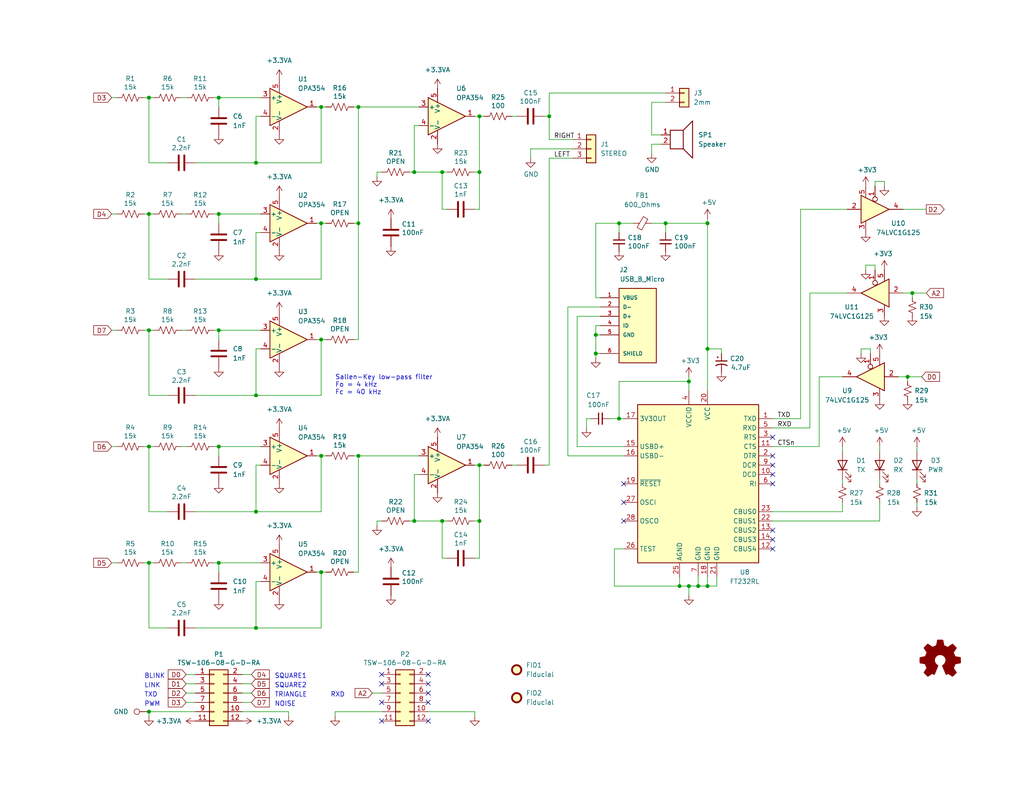
<source format=kicad_sch>
(kicad_sch (version 20230121) (generator eeschema)
  (paper "A")
  (title_block (title "Audio PWM Filter w/ USB UART") (date "2023-10-13") (rev "-") (comment 1 "1ARE-2018-03"))
  (junction (at 97.79 60.96))
  (junction (at 69.85 44.45))
  (junction (at 69.85 107.95))
  (junction (at 87.63 29.21))
  (junction (at 162.56 96.52))
  (junction (at 130.81 46.99))
  (junction (at 130.81 31.75))
  (junction (at 187.96 104.14))
  (junction (at 190.5 160.02))
  (junction (at 97.79 124.46))
  (junction (at 40.64 90.17))
  (junction (at 59.69 153.67))
  (junction (at 247.65 102.87))
  (junction (at 87.63 156.21))
  (junction (at 87.63 124.46))
  (junction (at 40.64 194.31))
  (junction (at 59.69 26.67))
  (junction (at 59.69 121.92))
  (junction (at 40.64 153.67))
  (junction (at 69.85 76.2))
  (junction (at 59.69 90.17))
  (junction (at 193.04 95.25))
  (junction (at 162.56 91.44))
  (junction (at 193.04 160.02))
  (junction (at 113.03 46.99))
  (junction (at 40.64 58.42))
  (junction (at 40.64 121.92))
  (junction (at 149.86 31.75))
  (junction (at 40.64 26.67))
  (junction (at 87.63 60.96))
  (junction (at 113.03 142.24))
  (junction (at 120.65 46.99))
  (junction (at 130.81 127))
  (junction (at 69.85 171.45))
  (junction (at 187.96 160.02))
  (junction (at 248.92 80.01))
  (junction (at 181.61 60.96))
  (junction (at 193.04 60.96))
  (junction (at 97.79 29.21))
  (junction (at 59.69 58.42))
  (junction (at 69.85 139.7))
  (junction (at 185.42 160.02))
  (junction (at 130.81 142.24))
  (junction (at 168.91 60.96))
  (junction (at 120.65 142.24))
  (junction (at 168.91 114.3))
  (junction (at 87.63 92.71))
  (no_connect (at 210.82 127))
  (no_connect (at 210.82 149.86))
  (no_connect (at 210.82 147.32))
  (no_connect (at 104.14 196.85))
  (no_connect (at 104.14 186.69))
  (no_connect (at 116.84 184.15))
  (no_connect (at 116.84 189.23))
  (no_connect (at 116.84 186.69))
  (no_connect (at 210.82 144.78))
  (no_connect (at 104.14 184.15))
  (no_connect (at 116.84 191.77))
  (no_connect (at 170.18 137.16))
  (no_connect (at 210.82 119.38))
  (no_connect (at 210.82 129.54))
  (no_connect (at 116.84 196.85))
  (no_connect (at 170.18 132.08))
  (no_connect (at 210.82 124.46))
  (no_connect (at 170.18 142.24))
  (no_connect (at 210.82 132.08))
  (no_connect (at 104.14 191.77))
  (wire (pts (xy 248.92 80.01) (xy 246.38 80.01)))
  (wire (pts (xy 234.95 95.25) (xy 234.95 96.52)))
  (wire (pts (xy 40.64 171.45) (xy 40.64 153.67)))
  (wire (pts (xy 91.44 194.31) (xy 91.44 195.58)))
  (wire (pts (xy 157.48 121.92) (xy 170.18 121.92)))
  (wire (pts (xy 40.64 194.31) (xy 40.64 195.58)))
  (wire (pts (xy 177.8 27.94) (xy 181.61 27.94)))
  (wire (pts (xy 162.56 96.52) (xy 163.83 96.52)))
  (wire (pts (xy 50.8 186.69) (xy 53.34 186.69)))
  (wire (pts (xy 87.63 29.21) (xy 87.63 44.45)))
  (wire (pts (xy 149.86 127) (xy 148.59 127)))
  (wire (pts (xy 71.12 153.67) (xy 59.69 153.67)))
  (wire (pts (xy 166.37 114.3) (xy 168.91 114.3)))
  (wire (pts (xy 238.76 50.8) (xy 238.76 49.53)))
  (wire (pts (xy 49.53 26.67) (xy 50.8 26.67)))
  (wire (pts (xy 168.91 114.3) (xy 168.91 104.14)))
  (wire (pts (xy 104.14 142.24) (xy 102.87 142.24)))
  (wire (pts (xy 120.65 142.24) (xy 121.92 142.24)))
  (wire (pts (xy 168.91 60.96) (xy 168.91 63.5)))
  (wire (pts (xy 96.52 124.46) (xy 97.79 124.46)))
  (wire (pts (xy 86.36 92.71) (xy 87.63 92.71)))
  (wire (pts (xy 69.85 171.45) (xy 69.85 158.75)))
  (wire (pts (xy 53.34 107.95) (xy 69.85 107.95)))
  (wire (pts (xy 87.63 92.71) (xy 88.9 92.71)))
  (wire (pts (xy 49.53 153.67) (xy 50.8 153.67)))
  (wire (pts (xy 45.72 107.95) (xy 40.64 107.95)))
  (wire (pts (xy 162.56 91.44) (xy 163.83 91.44)))
  (wire (pts (xy 181.61 60.96) (xy 181.61 63.5)))
  (wire (pts (xy 69.85 139.7) (xy 69.85 127)))
  (wire (pts (xy 149.86 25.4) (xy 149.86 31.75)))
  (wire (pts (xy 53.34 139.7) (xy 69.85 139.7)))
  (wire (pts (xy 163.83 86.36) (xy 157.48 86.36)))
  (wire (pts (xy 120.65 57.15) (xy 120.65 46.99)))
  (wire (pts (xy 87.63 156.21) (xy 88.9 156.21)))
  (wire (pts (xy 238.76 73.66) (xy 238.76 72.39)))
  (wire (pts (xy 193.04 106.68) (xy 193.04 95.25)))
  (wire (pts (xy 190.5 160.02) (xy 193.04 160.02)))
  (wire (pts (xy 247.65 104.14) (xy 247.65 102.87)))
  (wire (pts (xy 39.37 26.67) (xy 40.64 26.67)))
  (wire (pts (xy 250.19 130.81) (xy 250.19 132.08)))
  (wire (pts (xy 39.37 90.17) (xy 40.64 90.17)))
  (wire (pts (xy 87.63 124.46) (xy 88.9 124.46)))
  (wire (pts (xy 229.87 130.81) (xy 229.87 132.08)))
  (wire (pts (xy 69.85 76.2) (xy 69.85 63.5)))
  (wire (pts (xy 177.8 27.94) (xy 177.8 36.83)))
  (wire (pts (xy 87.63 156.21) (xy 87.63 171.45)))
  (wire (pts (xy 59.69 60.96) (xy 59.69 58.42)))
  (wire (pts (xy 50.8 191.77) (xy 53.34 191.77)))
  (wire (pts (xy 190.5 157.48) (xy 190.5 160.02)))
  (wire (pts (xy 162.56 96.52) (xy 162.56 97.79)))
  (wire (pts (xy 97.79 124.46) (xy 97.79 156.21)))
  (wire (pts (xy 237.49 95.25) (xy 234.95 95.25)))
  (wire (pts (xy 231.14 57.15) (xy 218.44 57.15)))
  (wire (pts (xy 185.42 160.02) (xy 187.96 160.02)))
  (wire (pts (xy 247.65 102.87) (xy 245.11 102.87)))
  (wire (pts (xy 223.52 121.92) (xy 210.82 121.92)))
  (wire (pts (xy 218.44 57.15) (xy 218.44 114.3)))
  (wire (pts (xy 69.85 44.45) (xy 69.85 31.75)))
  (wire (pts (xy 139.7 31.75) (xy 140.97 31.75)))
  (wire (pts (xy 121.92 57.15) (xy 120.65 57.15)))
  (wire (pts (xy 96.52 60.96) (xy 97.79 60.96)))
  (wire (pts (xy 144.78 40.64) (xy 156.21 40.64)))
  (wire (pts (xy 187.96 160.02) (xy 190.5 160.02)))
  (wire (pts (xy 96.52 156.21) (xy 97.79 156.21)))
  (wire (pts (xy 40.64 107.95) (xy 40.64 90.17)))
  (wire (pts (xy 193.04 95.25) (xy 193.04 60.96)))
  (wire (pts (xy 148.59 31.75) (xy 149.86 31.75)))
  (wire (pts (xy 116.84 194.31) (xy 129.54 194.31)))
  (wire (pts (xy 238.76 49.53) (xy 241.3 49.53)))
  (wire (pts (xy 86.36 156.21) (xy 87.63 156.21)))
  (wire (pts (xy 39.37 153.67) (xy 40.64 153.67)))
  (wire (pts (xy 196.85 96.52) (xy 196.85 95.25)))
  (wire (pts (xy 53.34 44.45) (xy 69.85 44.45)))
  (wire (pts (xy 59.69 124.46) (xy 59.69 121.92)))
  (wire (pts (xy 45.72 44.45) (xy 40.64 44.45)))
  (wire (pts (xy 40.64 90.17) (xy 41.91 90.17)))
  (wire (pts (xy 59.69 92.71) (xy 59.69 90.17)))
  (wire (pts (xy 87.63 92.71) (xy 87.63 107.95)))
  (wire (pts (xy 114.3 34.29) (xy 113.03 34.29)))
  (wire (pts (xy 87.63 60.96) (xy 87.63 76.2)))
  (wire (pts (xy 167.64 149.86) (xy 167.64 160.02)))
  (wire (pts (xy 114.3 129.54) (xy 113.03 129.54)))
  (wire (pts (xy 160.02 114.3) (xy 160.02 116.84)))
  (wire (pts (xy 250.19 137.16) (xy 250.19 138.43)))
  (wire (pts (xy 223.52 102.87) (xy 223.52 121.92)))
  (wire (pts (xy 69.85 63.5) (xy 71.12 63.5)))
  (wire (pts (xy 157.48 86.36) (xy 157.48 121.92)))
  (wire (pts (xy 87.63 171.45) (xy 69.85 171.45)))
  (wire (pts (xy 130.81 46.99) (xy 130.81 31.75)))
  (wire (pts (xy 120.65 152.4) (xy 120.65 142.24)))
  (wire (pts (xy 237.49 96.52) (xy 237.49 95.25)))
  (wire (pts (xy 193.04 160.02) (xy 195.58 160.02)))
  (wire (pts (xy 177.8 36.83) (xy 180.34 36.83)))
  (wire (pts (xy 101.6 189.23) (xy 104.14 189.23)))
  (wire (pts (xy 40.64 58.42) (xy 41.91 58.42)))
  (wire (pts (xy 53.34 194.31) (xy 40.64 194.31)))
  (wire (pts (xy 71.12 26.67) (xy 59.69 26.67)))
  (wire (pts (xy 87.63 29.21) (xy 88.9 29.21)))
  (wire (pts (xy 149.86 31.75) (xy 149.86 38.1)))
  (wire (pts (xy 170.18 149.86) (xy 167.64 149.86)))
  (wire (pts (xy 231.14 80.01) (xy 220.98 80.01)))
  (wire (pts (xy 69.85 95.25) (xy 71.12 95.25)))
  (wire (pts (xy 69.85 107.95) (xy 69.85 95.25)))
  (wire (pts (xy 66.04 184.15) (xy 68.58 184.15)))
  (wire (pts (xy 185.42 157.48) (xy 185.42 160.02)))
  (wire (pts (xy 69.85 158.75) (xy 71.12 158.75)))
  (wire (pts (xy 66.04 191.77) (xy 68.58 191.77)))
  (wire (pts (xy 96.52 92.71) (xy 97.79 92.71)))
  (wire (pts (xy 129.54 194.31) (xy 129.54 195.58)))
  (wire (pts (xy 87.63 60.96) (xy 88.9 60.96)))
  (wire (pts (xy 120.65 46.99) (xy 121.92 46.99)))
  (wire (pts (xy 144.78 40.64) (xy 144.78 43.18)))
  (wire (pts (xy 58.42 90.17) (xy 59.69 90.17)))
  (wire (pts (xy 58.42 26.67) (xy 59.69 26.67)))
  (wire (pts (xy 129.54 46.99) (xy 130.81 46.99)))
  (wire (pts (xy 69.85 31.75) (xy 71.12 31.75)))
  (wire (pts (xy 40.64 139.7) (xy 45.72 139.7)))
  (wire (pts (xy 229.87 121.92) (xy 229.87 123.19)))
  (wire (pts (xy 58.42 121.92) (xy 59.69 121.92)))
  (wire (pts (xy 229.87 137.16) (xy 229.87 139.7)))
  (wire (pts (xy 71.12 58.42) (xy 59.69 58.42)))
  (wire (pts (xy 71.12 121.92) (xy 59.69 121.92)))
  (wire (pts (xy 236.22 72.39) (xy 236.22 73.66)))
  (wire (pts (xy 53.34 171.45) (xy 69.85 171.45)))
  (wire (pts (xy 139.7 127) (xy 140.97 127)))
  (wire (pts (xy 240.03 121.92) (xy 240.03 123.19)))
  (wire (pts (xy 86.36 29.21) (xy 87.63 29.21)))
  (wire (pts (xy 111.76 142.24) (xy 113.03 142.24)))
  (wire (pts (xy 168.91 60.96) (xy 172.72 60.96)))
  (wire (pts (xy 162.56 60.96) (xy 168.91 60.96)))
  (wire (pts (xy 86.36 124.46) (xy 87.63 124.46)))
  (wire (pts (xy 30.48 58.42) (xy 31.75 58.42)))
  (wire (pts (xy 167.64 160.02) (xy 185.42 160.02)))
  (wire (pts (xy 130.81 142.24) (xy 130.81 127)))
  (wire (pts (xy 149.86 25.4) (xy 181.61 25.4)))
  (wire (pts (xy 87.63 139.7) (xy 69.85 139.7)))
  (wire (pts (xy 78.74 194.31) (xy 78.74 195.58)))
  (wire (pts (xy 71.12 90.17) (xy 59.69 90.17)))
  (wire (pts (xy 39.37 58.42) (xy 40.64 58.42)))
  (wire (pts (xy 69.85 127) (xy 71.12 127)))
  (wire (pts (xy 40.64 139.7) (xy 40.64 121.92)))
  (wire (pts (xy 59.69 156.21) (xy 59.69 153.67)))
  (wire (pts (xy 162.56 88.9) (xy 162.56 91.44)))
  (wire (pts (xy 66.04 186.69) (xy 68.58 186.69)))
  (wire (pts (xy 66.04 194.31) (xy 78.74 194.31)))
  (wire (pts (xy 187.96 102.87) (xy 187.96 104.14)))
  (wire (pts (xy 177.8 60.96) (xy 181.61 60.96)))
  (wire (pts (xy 129.54 152.4) (xy 130.81 152.4)))
  (wire (pts (xy 161.29 114.3) (xy 160.02 114.3)))
  (wire (pts (xy 163.83 81.28) (xy 162.56 81.28)))
  (wire (pts (xy 193.04 59.69) (xy 193.04 60.96)))
  (wire (pts (xy 113.03 129.54) (xy 113.03 142.24)))
  (wire (pts (xy 156.21 43.18) (xy 149.86 43.18)))
  (wire (pts (xy 97.79 29.21) (xy 114.3 29.21)))
  (wire (pts (xy 180.34 39.37) (xy 177.8 39.37)))
  (wire (pts (xy 49.53 90.17) (xy 50.8 90.17)))
  (wire (pts (xy 149.86 43.18) (xy 149.86 127)))
  (wire (pts (xy 168.91 104.14) (xy 187.96 104.14)))
  (wire (pts (xy 50.8 184.15) (xy 53.34 184.15)))
  (wire (pts (xy 248.92 81.28) (xy 248.92 80.01)))
  (wire (pts (xy 59.69 29.21) (xy 59.69 26.67)))
  (wire (pts (xy 240.03 130.81) (xy 240.03 132.08)))
  (wire (pts (xy 130.81 127) (xy 132.08 127)))
  (wire (pts (xy 111.76 46.99) (xy 113.03 46.99)))
  (wire (pts (xy 187.96 104.14) (xy 187.96 106.68)))
  (wire (pts (xy 58.42 58.42) (xy 59.69 58.42)))
  (wire (pts (xy 241.3 49.53) (xy 241.3 50.8)))
  (wire (pts (xy 193.04 95.25) (xy 196.85 95.25)))
  (wire (pts (xy 130.81 31.75) (xy 132.08 31.75)))
  (wire (pts (xy 40.64 76.2) (xy 40.64 58.42)))
  (wire (pts (xy 86.36 60.96) (xy 87.63 60.96)))
  (wire (pts (xy 238.76 72.39) (xy 236.22 72.39)))
  (wire (pts (xy 87.63 76.2) (xy 69.85 76.2)))
  (wire (pts (xy 154.94 124.46) (xy 154.94 83.82)))
  (wire (pts (xy 210.82 114.3) (xy 218.44 114.3)))
  (wire (pts (xy 187.96 162.56) (xy 187.96 160.02)))
  (wire (pts (xy 170.18 114.3) (xy 168.91 114.3)))
  (wire (pts (xy 97.79 124.46) (xy 114.3 124.46)))
  (wire (pts (xy 40.64 44.45) (xy 40.64 26.67)))
  (wire (pts (xy 40.64 153.67) (xy 41.91 153.67)))
  (wire (pts (xy 162.56 91.44) (xy 162.56 96.52)))
  (wire (pts (xy 102.87 46.99) (xy 102.87 48.26)))
  (wire (pts (xy 195.58 160.02) (xy 195.58 157.48)))
  (wire (pts (xy 250.19 121.92) (xy 250.19 123.19)))
  (wire (pts (xy 193.04 157.48) (xy 193.04 160.02)))
  (wire (pts (xy 97.79 60.96) (xy 97.79 92.71)))
  (wire (pts (xy 50.8 189.23) (xy 53.34 189.23)))
  (wire (pts (xy 229.87 102.87) (xy 223.52 102.87)))
  (wire (pts (xy 181.61 60.96) (xy 193.04 60.96)))
  (wire (pts (xy 39.37 121.92) (xy 40.64 121.92)))
  (wire (pts (xy 130.81 57.15) (xy 130.81 46.99)))
  (wire (pts (xy 102.87 142.24) (xy 102.87 143.51)))
  (wire (pts (xy 40.64 26.67) (xy 41.91 26.67)))
  (wire (pts (xy 96.52 29.21) (xy 97.79 29.21)))
  (wire (pts (xy 210.82 116.84) (xy 220.98 116.84)))
  (wire (pts (xy 129.54 31.75) (xy 130.81 31.75)))
  (wire (pts (xy 30.48 153.67) (xy 31.75 153.67)))
  (wire (pts (xy 45.72 171.45) (xy 40.64 171.45)))
  (wire (pts (xy 154.94 83.82) (xy 163.83 83.82)))
  (wire (pts (xy 30.48 26.67) (xy 31.75 26.67)))
  (wire (pts (xy 45.72 76.2) (xy 40.64 76.2)))
  (wire (pts (xy 104.14 46.99) (xy 102.87 46.99)))
  (wire (pts (xy 129.54 142.24) (xy 130.81 142.24)))
  (wire (pts (xy 130.81 152.4) (xy 130.81 142.24)))
  (wire (pts (xy 87.63 107.95) (xy 69.85 107.95)))
  (wire (pts (xy 49.53 58.42) (xy 50.8 58.42)))
  (wire (pts (xy 210.82 142.24) (xy 240.03 142.24)))
  (wire (pts (xy 240.03 137.16) (xy 240.03 142.24)))
  (wire (pts (xy 87.63 124.46) (xy 87.63 139.7)))
  (wire (pts (xy 53.34 76.2) (xy 69.85 76.2)))
  (wire (pts (xy 30.48 121.92) (xy 31.75 121.92)))
  (wire (pts (xy 246.38 57.15) (xy 252.73 57.15)))
  (wire (pts (xy 30.48 90.17) (xy 31.75 90.17)))
  (wire (pts (xy 49.53 121.92) (xy 50.8 121.92)))
  (wire (pts (xy 251.46 102.87) (xy 247.65 102.87)))
  (wire (pts (xy 220.98 80.01) (xy 220.98 116.84)))
  (wire (pts (xy 58.42 153.67) (xy 59.69 153.67)))
  (wire (pts (xy 87.63 44.45) (xy 69.85 44.45)))
  (wire (pts (xy 113.03 46.99) (xy 120.65 46.99)))
  (wire (pts (xy 177.8 39.37) (xy 177.8 41.91)))
  (wire (pts (xy 162.56 88.9) (xy 163.83 88.9)))
  (wire (pts (xy 162.56 60.96) (xy 162.56 81.28)))
  (wire (pts (xy 154.94 124.46) (xy 170.18 124.46)))
  (wire (pts (xy 210.82 139.7) (xy 229.87 139.7)))
  (wire (pts (xy 129.54 127) (xy 130.81 127)))
  (wire (pts (xy 252.73 80.01) (xy 248.92 80.01)))
  (wire (pts (xy 129.54 57.15) (xy 130.81 57.15)))
  (wire (pts (xy 40.64 121.92) (xy 41.91 121.92)))
  (wire (pts (xy 113.03 34.29) (xy 113.03 46.99)))
  (wire (pts (xy 149.86 38.1) (xy 156.21 38.1)))
  (wire (pts (xy 66.04 189.23) (xy 68.58 189.23)))
  (wire (pts (xy 104.14 194.31) (xy 91.44 194.31)))
  (wire (pts (xy 97.79 29.21) (xy 97.79 60.96)))
  (wire (pts (xy 113.03 142.24) (xy 120.65 142.24)))
  (wire (pts (xy 121.92 152.4) (xy 120.65 152.4)))
  (text "NOISE" (at 74.93 193.04 0) (effects (font (size 1.27 1.27)) (justify left bottom)))
  (text "LINK" (at 39.37 187.96 0) (effects (font (size 1.27 1.27)) (justify left bottom)))
  (text "Sallen-Key low-pass filter\nFo = 4 kHz\nFc = 40 kHz" (at 91.44 107.95 0) (effects (font (size 1.27 1.27)) (justify left bottom)))
  (text "TRIANGLE" (at 74.93 190.5 0) (effects (font (size 1.27 1.27)) (justify left bottom)))
  (text "RXD" (at 90.17 190.5 0) (effects (font (size 1.27 1.27)) (justify left bottom)))
  (text "BLINK" (at 39.37 185.42 0) (effects (font (size 1.27 1.27)) (justify left bottom)))
  (text "SQUARE1" (at 74.93 185.42 0) (effects (font (size 1.27 1.27)) (justify left bottom)))
  (text "PWM" (at 39.37 193.04 0) (effects (font (size 1.27 1.27)) (justify left bottom)))
  (text "TXD" (at 39.37 190.5 0) (effects (font (size 1.27 1.27)) (justify left bottom)))
  (text "SQUARE2" (at 74.93 187.96 0) (effects (font (size 1.27 1.27)) (justify left bottom)))
  (label "CTSn" (at 212.09 121.92 0))
  (label "RXD" (at 212.09 116.84 0))
  (label "LEFT" (at 151.13 43.18 0))
  (label "RIGHT" (at 151.13 38.1 0))
  (label "TXD" (at 212.09 114.3 0))
  (global_label "D5" (shape input) (at 30.48 153.67 180) (property "Intersheetrefs" "${INTERSHEET_REFS}" (effects hide)))
  (global_label "D6" (shape input) (at 30.48 121.92 180) (property "Intersheetrefs" "${INTERSHEET_REFS}" (effects hide)))
  (global_label "D1" (shape input) (at 50.8 186.69 180) (property "Intersheetrefs" "${INTERSHEET_REFS}" (effects hide)))
  (global_label "D6" (shape input) (at 68.58 189.23 0) (property "Intersheetrefs" "${INTERSHEET_REFS}" (effects hide)))
  (global_label "A2" (shape input) (at 101.6 189.23 180) (property "Intersheetrefs" "${INTERSHEET_REFS}" (effects hide)))
  (global_label "D3" (shape input) (at 30.48 26.67 180) (property "Intersheetrefs" "${INTERSHEET_REFS}" (effects hide)))
  (global_label "D7" (shape input) (at 30.48 90.17 180) (property "Intersheetrefs" "${INTERSHEET_REFS}" (effects hide)))
  (global_label "D4" (shape input) (at 30.48 58.42 180) (property "Intersheetrefs" "${INTERSHEET_REFS}" (effects hide)))
  (global_label "D5" (shape input) (at 68.58 186.69 0) (property "Intersheetrefs" "${INTERSHEET_REFS}" (effects hide)))
  (global_label "D0" (shape input) (at 50.8 184.15 180) (property "Intersheetrefs" "${INTERSHEET_REFS}" (effects hide)))
  (global_label "D2" (shape input) (at 50.8 189.23 180) (property "Intersheetrefs" "${INTERSHEET_REFS}" (effects hide)))
  (global_label "D2" (shape output) (at 252.73 57.15 0) (property "Intersheetrefs" "${INTERSHEET_REFS}" (effects hide)))
  (global_label "D0" (shape input) (at 251.46 102.87 0) (property "Intersheetrefs" "${INTERSHEET_REFS}" (effects hide)))
  (global_label "A2" (shape input) (at 252.73 80.01 0) (property "Intersheetrefs" "${INTERSHEET_REFS}" (effects hide)))
  (global_label "D3" (shape input) (at 50.8 191.77 180) (property "Intersheetrefs" "${INTERSHEET_REFS}" (effects hide)))
  (global_label "D7" (shape input) (at 68.58 191.77 0) (property "Intersheetrefs" "${INTERSHEET_REFS}" (effects hide)))
  (global_label "D4" (shape input) (at 68.58 184.15 0) (property "Intersheetrefs" "${INTERSHEET_REFS}" (effects hide)))
  (symbol (lib_id "power:GND") (at 40.64 195.58 0) (unit 1)
    (property "Reference" "#PWR01" (effects hide))
    (property "Value" "GND" (effects hide))
  )
  (symbol (lib_id "Connector_Generic:Conn_02x06_Odd_Even") (at 58.42 189.23 0) (unit 1)
    (property "Reference" "P1" (at 59.69 178.6382 0))
    (property "Value" "TSW-106-08-G-D-RA" (at 59.69 180.9496 0))
    (property "Footprint" "user:PinHeader_2x06_PMOD" (effects hide))
    (property "LCSC" "C706887" (effects hide))
  )
  (symbol (lib_id "Device:C") (at 106.68 158.75 0) (unit 1)
    (property "Reference" "C12" (at 109.601 156.4386 0) (effects (justify left)))
    (property "Value" "100nF" (at 109.601 158.75 0) (effects (justify left)))
    (property "Footprint" "Capacitor_SMD:C_0402_1005Metric" (effects hide))
    (property "LCSC" "C1525" (effects hide))
  )
  (symbol (lib_id "power:GND") (at 106.68 162.56 0) (unit 1)
    (property "Reference" "#PWR026" (effects hide))
    (property "Value" "GND" (effects hide))
  )
  (symbol (lib_id "power:GND") (at 78.74 195.58 0) (unit 1)
    (property "Reference" "#PWR019" (effects hide))
    (property "Value" "GND" (effects hide))
  )
  (symbol (lib_id "Device:C") (at 106.68 63.5 0) (unit 1)
    (property "Reference" "C11" (at 109.601 61.1886 0) (effects (justify left)))
    (property "Value" "100nF" (at 109.601 63.5 0) (effects (justify left)))
    (property "Footprint" "Capacitor_SMD:C_0402_1005Metric" (effects hide))
    (property "LCSC" "C1525" (effects hide))
  )
  (symbol (lib_id "power:GND") (at 106.68 67.31 0) (unit 1)
    (property "Reference" "#PWR024" (effects hide))
    (property "Value" "GND" (effects hide))
  )
  (symbol (lib_id "Device:C") (at 59.69 33.02 0) (unit 1)
    (property "Reference" "C6" (at 63.5 31.75 0) (effects (justify left)))
    (property "Value" "1nF" (at 63.5 34.29 0) (effects (justify left)))
    (property "Footprint" "Capacitor_SMD:C_0402_1005Metric" (effects hide))
    (property "LCSC" "C1523" (effects hide))
  )
  (symbol (lib_id "power:GND") (at 59.69 36.83 0) (unit 1)
    (property "Reference" "#PWR03" (effects hide))
    (property "Value" "GND" (effects hide))
  )
  (symbol (lib_id "power:GND") (at 144.78 43.18 0) (unit 1)
    (property "Reference" "#PWR032" (effects hide))
    (property "Value" "GND" (at 144.907 47.5742 0))
  )
  (symbol (lib_id "Amplifier_Operational:AD8603") (at 78.74 29.21 0) (unit 1)
    (property "Reference" "U1" (at 81.28 21.59 0) (effects (justify left)))
    (property "Value" "OPA354" (at 81.28 24.13 0) (effects (justify left)))
    (property "Footprint" "user:SOT-23-5_OPA" (effects hide))
    (property "Datasheet" "https://www.analog.com/media/en/technical-documentation/data-sheets/AD8603_8607_8609.pdf" (effects hide))
    (property "LCSC" "C36384" (effects hide))
  )
  (symbol (lib_id "power:GND") (at 76.2 36.83 0) (unit 1)
    (property "Reference" "#PWR010" (effects hide))
    (property "Value" "GND" (effects hide))
  )
  (symbol (lib_id "Amplifier_Operational:AD8603") (at 121.92 31.75 0) (unit 1)
    (property "Reference" "U6" (at 124.46 24.13 0) (effects (justify left)))
    (property "Value" "OPA354" (at 124.46 26.67 0) (effects (justify left)))
    (property "Footprint" "user:SOT-23-5_OPA" (effects hide))
    (property "Datasheet" "https://www.analog.com/media/en/technical-documentation/data-sheets/AD8603_8607_8609.pdf" (effects hide))
    (property "LCSC" "C36384" (effects hide))
  )
  (symbol (lib_id "power:GND") (at 119.38 39.37 0) (unit 1)
    (property "Reference" "#PWR028" (effects hide))
    (property "Value" "GND" (effects hide))
  )
  (symbol (lib_id "power:GND") (at 102.87 48.26 0) (unit 1)
    (property "Reference" "#PWR021" (effects hide))
    (property "Value" "GND" (effects hide))
  )
  (symbol (lib_id "Device:R_US") (at 35.56 26.67 270) (unit 1)
    (property "Reference" "R1" (at 35.56 21.463 90))
    (property "Value" "15k" (at 35.56 23.7744 90))
    (property "Footprint" "Resistor_SMD:R_0402_1005Metric" (effects hide))
    (property "LCSC" "C25756" (effects hide))
  )
  (symbol (lib_id "Device:R_US") (at 45.72 26.67 270) (unit 1)
    (property "Reference" "R6" (at 45.72 21.463 90))
    (property "Value" "15k" (at 45.72 23.7744 90))
    (property "Footprint" "Resistor_SMD:R_0402_1005Metric" (effects hide))
    (property "LCSC" "C25756" (effects hide))
  )
  (symbol (lib_id "Device:R_US") (at 107.95 46.99 270) (unit 1)
    (property "Reference" "R21" (at 107.95 41.783 90))
    (property "Value" "OPEN" (at 107.95 44.0944 90))
    (property "Footprint" "Resistor_SMD:R_0402_1005Metric" (effects hide))
    (property "LCSC" "C26083" (effects hide))
  )
  (symbol (lib_id "Device:R_US") (at 125.73 46.99 270) (unit 1)
    (property "Reference" "R23" (at 125.73 41.783 90))
    (property "Value" "15k" (at 125.73 44.0944 90))
    (property "Footprint" "Resistor_SMD:R_0402_1005Metric" (effects hide))
    (property "LCSC" "C25756" (effects hide))
  )
  (symbol (lib_id "Device:R_US") (at 135.89 31.75 270) (unit 1)
    (property "Reference" "R25" (at 135.89 26.543 90))
    (property "Value" "100" (at 135.89 28.8544 90))
    (property "Footprint" "Resistor_SMD:R_0402_1005Metric" (effects hide))
    (property "LCSC" "C25076" (effects hide))
  )
  (symbol (lib_id "Device:C") (at 144.78 31.75 270) (unit 1)
    (property "Reference" "C15" (at 144.78 25.3492 90))
    (property "Value" "100nF" (at 144.78 27.6606 90))
    (property "Footprint" "Capacitor_SMD:C_0402_1005Metric" (effects hide))
    (property "LCSC" "C1525" (effects hide))
  )
  (symbol (lib_id "Device:C") (at 49.53 44.45 270) (unit 1)
    (property "Reference" "C1" (at 49.53 38.0492 90))
    (property "Value" "2.2nF" (at 49.53 40.3606 90))
    (property "Footprint" "Capacitor_SMD:C_0402_1005Metric" (effects hide))
    (property "LCSC" "C913886" (effects hide))
  )
  (symbol (lib_id "Device:C") (at 125.73 57.15 270) (unit 1)
    (property "Reference" "C13" (at 125.73 50.7492 90))
    (property "Value" "1nF" (at 125.73 53.0606 90))
    (property "Footprint" "Capacitor_SMD:C_0402_1005Metric" (effects hide))
    (property "LCSC" "C1523" (effects hide))
  )
  (symbol (lib_id "Device:R_US") (at 45.72 90.17 270) (unit 1)
    (property "Reference" "R8" (at 45.72 84.963 90))
    (property "Value" "15k" (at 45.72 87.2744 90))
    (property "Footprint" "Resistor_SMD:R_0402_1005Metric" (effects hide))
    (property "LCSC" "C25756" (effects hide))
  )
  (symbol (lib_id "Device:C") (at 49.53 107.95 270) (unit 1)
    (property "Reference" "C3" (at 49.53 101.5492 90))
    (property "Value" "2.2nF" (at 49.53 103.8606 90))
    (property "Footprint" "Capacitor_SMD:C_0402_1005Metric" (effects hide))
    (property "LCSC" "C913886" (effects hide))
  )
  (symbol (lib_id "Device:R_US") (at 45.72 58.42 270) (unit 1)
    (property "Reference" "R7" (at 45.72 53.213 90))
    (property "Value" "15k" (at 45.72 55.5244 90))
    (property "Footprint" "Resistor_SMD:R_0402_1005Metric" (effects hide))
    (property "LCSC" "C25756" (effects hide))
  )
  (symbol (lib_id "Device:R_US") (at 107.95 142.24 270) (unit 1)
    (property "Reference" "R22" (at 107.95 137.033 90))
    (property "Value" "OPEN" (at 107.95 139.3444 90))
    (property "Footprint" "Resistor_SMD:R_0402_1005Metric" (effects hide))
    (property "LCSC" "C26083" (effects hide))
  )
  (symbol (lib_id "Device:C") (at 59.69 96.52 0) (unit 1)
    (property "Reference" "C8" (at 63.5 95.25 0) (effects (justify left)))
    (property "Value" "1nF" (at 63.5 97.79 0) (effects (justify left)))
    (property "Footprint" "Capacitor_SMD:C_0402_1005Metric" (effects hide))
    (property "LCSC" "C1523" (effects hide))
  )
  (symbol (lib_id "Device:R_Small_US") (at 248.92 83.82 180) (unit 1)
    (property "Reference" "R30" (at 252.73 83.82 0))
    (property "Value" "15k" (at 252.73 86.36 0))
    (property "Footprint" "Resistor_SMD:R_0402_1005Metric" (effects hide))
    (property "LCSC" "C25756" (effects hide))
  )
  (symbol (lib_id "power:GND") (at 196.85 101.6 0) (mirror y) (unit 1)
    (property "Reference" "#PWR041" (effects hide))
    (property "Value" "GND" (effects hide))
  )
  (symbol (lib_id "power:+3.3VA") (at 119.38 119.38 0) (unit 1)
    (property "Reference" "#PWR029" (effects hide))
    (property "Value" "+3.3VA" (at 119.38 114.3 0))
  )
  (symbol (lib_id "Amplifier_Operational:AD8603") (at 121.92 127 0) (unit 1)
    (property "Reference" "U7" (at 124.46 119.38 0) (effects (justify left)))
    (property "Value" "OPA354" (at 124.46 121.92 0) (effects (justify left)))
    (property "Footprint" "user:SOT-23-5_OPA" (effects hide))
    (property "Datasheet" "https://www.analog.com/media/en/technical-documentation/data-sheets/AD8603_8607_8609.pdf" (effects hide))
    (property "LCSC" "C36384" (effects hide))
  )
  (symbol (lib_id "power:GND") (at 177.8 41.91 0) (unit 1)
    (property "Reference" "#PWR036" (effects hide))
    (property "Value" "GND" (at 177.927 46.3042 0))
  )
  (symbol (lib_id "Device:R_Small_US") (at 250.19 134.62 180) (unit 1)
    (property "Reference" "R31" (at 254 134.62 0))
    (property "Value" "15k" (at 254 137.16 0))
    (property "Footprint" "Resistor_SMD:R_0402_1005Metric" (effects hide))
    (property "LCSC" "C25756" (effects hide))
  )
  (symbol (lib_id "power:+5V") (at 250.19 121.92 0) (unit 1)
    (property "Reference" "#PWR055" (effects hide))
    (property "Value" "+5V" (at 250.571 117.5258 0))
  )
  (symbol (lib_id "Connector_Generic:Conn_01x02") (at 186.69 25.4 0) (unit 1)
    (property "Reference" "J3" (at 189.23 25.4 0) (effects (justify left)))
    (property "Value" "2mm" (at 189.23 27.94 0) (effects (justify left)))
    (property "Footprint" "Connector_PinHeader_2.00mm:PinHeader_1x02_P2.00mm_Vertical_SMD_Pin1Left" (effects hide))
    (property "LCSC" "C917549" (effects hide))
  )
  (symbol (lib_id "Graphic:Logo_Open_Hardware_Small") (at 256.54 180.34 0) (unit 1)
    (property "Reference" "#LOGO1" (effects hide))
    (property "Value" "Logo_Open_Hardware_Small" (effects hide))
  )
  (symbol (lib_id "power:GND") (at 76.2 132.08 0) (unit 1)
    (property "Reference" "#PWR016" (effects hide))
    (property "Value" "GND" (effects hide))
  )
  (symbol (lib_id "power:GND") (at 119.38 134.62 0) (unit 1)
    (property "Reference" "#PWR030" (effects hide))
    (property "Value" "GND" (effects hide))
  )
  (symbol (lib_id "power:GND") (at 59.69 163.83 0) (unit 1)
    (property "Reference" "#PWR07" (effects hide))
    (property "Value" "GND" (effects hide))
  )
  (symbol (lib_id "653-5132-011-rescue:+3.3V-power") (at 187.96 102.87 0) (unit 1)
    (property "Reference" "#PWR038" (effects hide))
    (property "Value" "+3.3V" (at 188.341 98.4758 0))
  )
  (symbol (lib_id "653-5132-011-rescue:CP1_Small-Device-653-5132-011-rescue-653-5132-011-rescue") (at 196.85 99.06 0) (unit 1)
    (property "Reference" "C20" (at 199.1614 97.8916 0) (effects (justify left)))
    (property "Value" "4.7uF" (at 199.39 100.33 0) (effects (justify left)))
    (property "Footprint" "Capacitor_SMD:C_0603_1608Metric" (effects hide))
    (property "LCSC" "C19666" (effects hide))
  )
  (symbol (lib_id "power:GND") (at 59.69 100.33 0) (unit 1)
    (property "Reference" "#PWR05" (effects hide))
    (property "Value" "GND" (effects hide))
  )
  (symbol (lib_id "Device:C") (at 59.69 64.77 0) (unit 1)
    (property "Reference" "C7" (at 63.5 63.5 0) (effects (justify left)))
    (property "Value" "1nF" (at 63.5 66.04 0) (effects (justify left)))
    (property "Footprint" "Capacitor_SMD:C_0402_1005Metric" (effects hide))
    (property "LCSC" "C1523" (effects hide))
  )
  (symbol (lib_id "power:GND") (at 102.87 143.51 0) (unit 1)
    (property "Reference" "#PWR022" (effects hide))
    (property "Value" "GND" (effects hide))
  )
  (symbol (lib_id "user:MICROXNJ") (at 173.99 88.9 0) (unit 1)
    (property "Reference" "J2" (at 170.18 73.66 0))
    (property "Value" "USB_B_Micro" (at 175.26 76.2 0))
    (property "Footprint" "user:SHOUHAN_MICROXNJ" (effects hide))
    (property "LCSC" "C404969" (effects hide))
  )
  (symbol (lib_id "power:GND") (at 168.91 68.58 0) (mirror y) (unit 1)
    (property "Reference" "#PWR035" (effects hide))
    (property "Value" "GND" (effects hide))
  )
  (symbol (lib_id "power:GND") (at 181.61 68.58 0) (mirror y) (unit 1)
    (property "Reference" "#PWR037" (effects hide))
    (property "Value" "GND" (effects hide))
  )
  (symbol (lib_id "power:+3.3VA") (at 76.2 116.84 0) (unit 1)
    (property "Reference" "#PWR015" (effects hide))
    (property "Value" "+3.3VA" (at 76.2 111.76 0))
  )
  (symbol (lib_id "Mechanical:Fiducial") (at 140.97 190.5 0) (unit 1)
    (property "Reference" "FID2" (at 143.51 189.23 0) (effects (justify left)))
    (property "Value" "Fiducial" (at 143.51 191.77 0) (effects (justify left)))
    (property "Footprint" "user:Fiducial_0.75mm_Mask1.5mm" (effects hide))
    (property "LCSC" "None" (effects hide))
  )
  (symbol (lib_id "Device:LED") (at 240.03 127 90) (unit 1)
    (property "Reference" "D2" (at 245.11 125.73 90))
    (property "Value" "RX" (at 245.11 128.27 90))
    (property "Footprint" "user:LED_0805_2012Metric_Castellated" (effects hide))
    (property "LCSC" "C2297" (effects hide))
  )
  (symbol (lib_id "Device:R_US") (at 35.56 90.17 270) (unit 1)
    (property "Reference" "R3" (at 35.56 84.963 90))
    (property "Value" "15k" (at 35.56 87.2744 90))
    (property "Footprint" "Resistor_SMD:R_0402_1005Metric" (effects hide))
    (property "LCSC" "C25756" (effects hide))
  )
  (symbol (lib_id "power:GND") (at 129.54 195.58 0) (unit 1)
    (property "Reference" "#PWR031" (effects hide))
    (property "Value" "GND" (effects hide))
  )
  (symbol (lib_id "Amplifier_Operational:AD8603") (at 78.74 60.96 0) (unit 1)
    (property "Reference" "U2" (at 81.28 53.34 0) (effects (justify left)))
    (property "Value" "OPA354" (at 81.28 55.88 0) (effects (justify left)))
    (property "Footprint" "user:SOT-23-5_OPA" (effects hide))
    (property "Datasheet" "https://www.analog.com/media/en/technical-documentation/data-sheets/AD8603_8607_8609.pdf" (effects hide))
    (property "LCSC" "C36384" (effects hide))
  )
  (symbol (lib_id "power:+5V") (at 240.03 121.92 0) (unit 1)
    (property "Reference" "#PWR049" (effects hide))
    (property "Value" "+5V" (at 240.411 117.5258 0))
  )
  (symbol (lib_id "power:GND") (at 248.92 86.36 0) (mirror y) (unit 1)
    (property "Reference" "#PWR054" (effects hide))
    (property "Value" "GND" (effects hide))
  )
  (symbol (lib_id "power:+3.3VA") (at 106.68 59.69 0) (unit 1)
    (property "Reference" "#PWR023" (effects hide))
    (property "Value" "+3.3VA" (at 106.68 54.61 0))
  )
  (symbol (lib_id "653-5132-011-rescue:+3.3V-power") (at 240.03 96.52 0) (mirror y) (unit 1)
    (property "Reference" "#PWR047" (effects hide))
    (property "Value" "+3.3V" (at 239.649 92.1258 0))
  )
  (symbol (lib_id "Connector_Generic:Conn_01x03") (at 161.29 40.64 0) (unit 1)
    (property "Reference" "J1" (at 163.83 39.37 0) (effects (justify left)))
    (property "Value" "STEREO" (at 163.83 41.91 0) (effects (justify left)))
    (property "Footprint" "Connector_JST:JST_SH_BM03B-SRSS-TB_1x03-1MP_P1.00mm_Vertical" (effects hide))
    (property "LCSC" "C160389" (effects hide))
  )
  (symbol (lib_id "power:+5V") (at 229.87 121.92 0) (unit 1)
    (property "Reference" "#PWR042" (effects hide))
    (property "Value" "+5V" (at 230.251 117.5258 0))
  )
  (symbol (lib_id "power:+3.3VA") (at 66.04 196.85 270) (unit 1)
    (property "Reference" "#PWR08" (effects hide))
    (property "Value" "+3.3VA" (at 69.85 196.85 90) (effects (justify left)))
  )
  (symbol (lib_id "power:GND") (at 250.19 138.43 0) (mirror y) (unit 1)
    (property "Reference" "#PWR056" (effects hide))
    (property "Value" "GND" (effects hide))
  )
  (symbol (lib_id "power:GND") (at 59.69 68.58 0) (unit 1)
    (property "Reference" "#PWR04" (effects hide))
    (property "Value" "GND" (effects hide))
  )
  (symbol (lib_id "power:GND") (at 160.02 116.84 0) (mirror y) (unit 1)
    (property "Reference" "#PWR033" (effects hide))
    (property "Value" "GND" (effects hide))
  )
  (symbol (lib_id "power:+5V") (at 193.04 59.69 0) (unit 1)
    (property "Reference" "#PWR040" (effects hide))
    (property "Value" "+5V" (at 193.421 55.2958 0))
  )
  (symbol (lib_id "Device:LED") (at 229.87 127 90) (unit 1)
    (property "Reference" "D1" (at 234.95 125.73 90))
    (property "Value" "TX" (at 234.95 128.27 90))
    (property "Footprint" "user:LED_0805_2012Metric_Castellated" (effects hide))
    (property "LCSC" "C2297" (effects hide))
  )
  (symbol (lib_id "Amplifier_Operational:AD8603") (at 78.74 124.46 0) (unit 1)
    (property "Reference" "U4" (at 81.28 116.84 0) (effects (justify left)))
    (property "Value" "OPA354" (at 81.28 119.38 0) (effects (justify left)))
    (property "Footprint" "user:SOT-23-5_OPA" (effects hide))
    (property "Datasheet" "https://www.analog.com/media/en/technical-documentation/data-sheets/AD8603_8607_8609.pdf" (effects hide))
    (property "LCSC" "C36384" (effects hide))
  )
  (symbol (lib_id "Device:R_US") (at 54.61 58.42 270) (unit 1)
    (property "Reference" "R12" (at 54.61 53.213 90))
    (property "Value" "15k" (at 54.61 55.5244 90))
    (property "Footprint" "Resistor_SMD:R_0402_1005Metric" (effects hide))
    (property "LCSC" "C25756" (effects hide))
  )
  (symbol (lib_id "Device:R_Small_US") (at 229.87 134.62 180) (unit 1)
    (property "Reference" "R27" (at 233.68 134.62 0))
    (property "Value" "15k" (at 233.68 137.16 0))
    (property "Footprint" "Resistor_SMD:R_0402_1005Metric" (effects hide))
    (property "LCSC" "C25756" (effects hide))
  )
  (symbol (lib_id "Device:R_US") (at 92.71 60.96 270) (unit 1)
    (property "Reference" "R17" (at 92.71 55.753 90))
    (property "Value" "OPEN" (at 92.71 58.0644 90))
    (property "Footprint" "Resistor_SMD:R_0402_1005Metric" (effects hide))
    (property "LCSC" "C26083" (effects hide))
  )
  (symbol (lib_id "Device:R_US") (at 54.61 90.17 270) (unit 1)
    (property "Reference" "R13" (at 54.61 84.963 90))
    (property "Value" "15k" (at 54.61 87.2744 90))
    (property "Footprint" "Resistor_SMD:R_0402_1005Metric" (effects hide))
    (property "LCSC" "C25756" (effects hide))
  )
  (symbol (lib_id "user:74AHC1G125DCK") (at 237.49 102.87 0) (mirror y) (unit 1)
    (property "Reference" "U9" (at 231.14 106.68 0))
    (property "Value" "74LVC1G125" (at 231.14 109.22 0))
    (property "Footprint" "user:SOT-23-5" (effects hide))
    (property "LCSC" "C23654" (effects hide))
  )
  (symbol (lib_id "Device:R_US") (at 54.61 26.67 270) (unit 1)
    (property "Reference" "R11" (at 54.61 21.463 90))
    (property "Value" "15k" (at 54.61 23.7744 90))
    (property "Footprint" "Resistor_SMD:R_0402_1005Metric" (effects hide))
    (property "LCSC" "C25756" (effects hide))
  )
  (symbol (lib_id "Device:C") (at 49.53 139.7 270) (unit 1)
    (property "Reference" "C4" (at 49.53 133.2992 90))
    (property "Value" "2.2nF" (at 49.53 135.6106 90))
    (property "Footprint" "Capacitor_SMD:C_0402_1005Metric" (effects hide))
    (property "LCSC" "C913886" (effects hide))
  )
  (symbol (lib_id "power:GND") (at 76.2 163.83 0) (unit 1)
    (property "Reference" "#PWR018" (effects hide))
    (property "Value" "GND" (effects hide))
  )
  (symbol (lib_id "Device:R_US") (at 45.72 121.92 270) (unit 1)
    (property "Reference" "R9" (at 45.72 116.713 90))
    (property "Value" "15k" (at 45.72 119.0244 90))
    (property "Footprint" "Resistor_SMD:R_0402_1005Metric" (effects hide))
    (property "LCSC" "C25756" (effects hide))
  )
  (symbol (lib_id "Device:C") (at 49.53 171.45 270) (unit 1)
    (property "Reference" "C5" (at 49.53 165.0492 90))
    (property "Value" "2.2nF" (at 49.53 167.3606 90))
    (property "Footprint" "Capacitor_SMD:C_0402_1005Metric" (effects hide))
    (property "LCSC" "C913886" (effects hide))
  )
  (symbol (lib_id "Device:R_US") (at 92.71 29.21 270) (unit 1)
    (property "Reference" "R16" (at 92.71 24.003 90))
    (property "Value" "15k" (at 92.71 26.3144 90))
    (property "Footprint" "Resistor_SMD:R_0402_1005Metric" (effects hide))
    (property "LCSC" "C25756" (effects hide))
  )
  (symbol (lib_id "power:GND") (at 59.69 132.08 0) (unit 1)
    (property "Reference" "#PWR06" (effects hide))
    (property "Value" "GND" (effects hide))
  )
  (symbol (lib_id "power:GND") (at 187.96 162.56 0) (mirror y) (unit 1)
    (property "Reference" "#PWR039" (effects hide))
    (property "Value" "GND" (effects hide))
  )
  (symbol (lib_id "power:GND") (at 236.22 73.66 0) (unit 1)
    (property "Reference" "#PWR046" (effects hide))
    (property "Value" "GND" (effects hide))
  )
  (symbol (lib_id "Device:R_US") (at 92.71 156.21 270) (unit 1)
    (property "Reference" "R20" (at 92.71 151.003 90))
    (property "Value" "OPEN" (at 92.71 153.3144 90))
    (property "Footprint" "Resistor_SMD:R_0402_1005Metric" (effects hide))
    (property "LCSC" "C26083" (effects hide))
  )
  (symbol (lib_id "power:+3.3VA") (at 76.2 85.09 0) (unit 1)
    (property "Reference" "#PWR013" (effects hide))
    (property "Value" "+3.3VA" (at 76.2 80.01 0))
  )
  (symbol (lib_id "power:+3.3VA") (at 76.2 21.59 0) (unit 1)
    (property "Reference" "#PWR09" (effects hide))
    (property "Value" "+3.3VA" (at 76.2 16.51 0))
  )
  (symbol (lib_id "Device:C_Small") (at 168.91 66.04 0) (unit 1)
    (property "Reference" "C18" (at 171.2468 64.8716 0) (effects (justify left)))
    (property "Value" "100nF" (at 171.2468 67.183 0) (effects (justify left)))
    (property "Footprint" "Capacitor_SMD:C_0402_1005Metric" (effects hide))
    (property "LCSC" "C1525" (effects hide))
  )
  (symbol (lib_id "Device:LED") (at 250.19 127 90) (unit 1)
    (property "Reference" "D3" (at 255.27 125.73 90))
    (property "Value" "PWR" (at 255.27 128.27 90))
    (property "Footprint" "user:LED_0805_2012Metric_Castellated" (effects hide))
    (property "LCSC" "C2297" (effects hide))
  )
  (symbol (lib_id "Device:C") (at 59.69 128.27 0) (unit 1)
    (property "Reference" "C9" (at 63.5 127 0) (effects (justify left)))
    (property "Value" "1nF" (at 63.5 129.54 0) (effects (justify left)))
    (property "Footprint" "Capacitor_SMD:C_0402_1005Metric" (effects hide))
    (property "LCSC" "C1523" (effects hide))
  )
  (symbol (lib_id "power:GND") (at 162.56 97.79 0) (mirror y) (unit 1)
    (property "Reference" "#PWR034" (effects hide))
    (property "Value" "GND" (effects hide))
  )
  (symbol (lib_id "Device:C") (at 144.78 127 270) (unit 1)
    (property "Reference" "C16" (at 144.78 120.5992 90))
    (property "Value" "100nF" (at 144.78 122.9106 90))
    (property "Footprint" "Capacitor_SMD:C_0402_1005Metric" (effects hide))
    (property "LCSC" "C1525" (effects hide))
  )
  (symbol (lib_id "Amplifier_Operational:AD8603") (at 78.74 92.71 0) (unit 1)
    (property "Reference" "U3" (at 81.28 85.09 0) (effects (justify left)))
    (property "Value" "OPA354" (at 81.28 87.63 0) (effects (justify left)))
    (property "Footprint" "user:SOT-23-5_OPA" (effects hide))
    (property "Datasheet" "https://www.analog.com/media/en/technical-documentation/data-sheets/AD8603_8607_8609.pdf" (effects hide))
    (property "LCSC" "C36384" (effects hide))
  )
  (symbol (lib_id "Device:C") (at 125.73 152.4 270) (unit 1)
    (property "Reference" "C14" (at 125.73 145.9992 90))
    (property "Value" "1nF" (at 125.73 148.3106 90))
    (property "Footprint" "Capacitor_SMD:C_0402_1005Metric" (effects hide))
    (property "LCSC" "C1523" (effects hide))
  )
  (symbol (lib_id "power:+3.3VA") (at 106.68 154.94 0) (unit 1)
    (property "Reference" "#PWR025" (effects hide))
    (property "Value" "+3.3VA" (at 106.68 149.86 0))
  )
  (symbol (lib_id "Device:R_US") (at 54.61 153.67 270) (unit 1)
    (property "Reference" "R15" (at 54.61 148.463 90))
    (property "Value" "15k" (at 54.61 150.7744 90))
    (property "Footprint" "Resistor_SMD:R_0402_1005Metric" (effects hide))
    (property "LCSC" "C25756" (effects hide))
  )
  (symbol (lib_id "Device:R_US") (at 92.71 124.46 270) (unit 1)
    (property "Reference" "R19" (at 92.71 119.253 90))
    (property "Value" "15k" (at 92.71 121.5644 90))
    (property "Footprint" "Resistor_SMD:R_0402_1005Metric" (effects hide))
    (property "LCSC" "C25756" (effects hide))
  )
  (symbol (lib_id "Device:R_US") (at 35.56 58.42 270) (unit 1)
    (property "Reference" "R2" (at 35.56 53.213 90))
    (property "Value" "15k" (at 35.56 55.5244 90))
    (property "Footprint" "Resistor_SMD:R_0402_1005Metric" (effects hide))
    (property "LCSC" "C25756" (effects hide))
  )
  (symbol (lib_id "653-5132-011-rescue:Ferrite_Bead_Small-Device-653-5132-011-rescue-653-5132-011-rescue") (at 175.26 60.96 270) (unit 1)
    (property "Reference" "FB1" (at 175.26 53.34 90))
    (property "Value" "600_Ohms" (at 175.26 55.88 90))
    (property "Footprint" "Inductor_SMD:L_0805_2012Metric" (effects hide))
    (property "LCSC" "C1017" (effects hide))
  )
  (symbol (lib_id "Device:Speaker") (at 185.42 36.83 0) (unit 1)
    (property "Reference" "SP1" (at 190.5 36.8299 0) (effects (justify left)))
    (property "Value" "Speaker" (at 190.5 39.3699 0) (effects (justify left)))
    (property "Footprint" "user:speaker_fs_1340" (effects hide))
    (property "Datasheet" "https://jlcpcb.com/partdetail/Fuet-FS1340/C482342" (effects hide))
    (property "LCSC" "C482342" (effects hide))
  )
  (symbol (lib_id "design-rescue:TestPoint-Connector") (at 40.64 194.31 90) (unit 1)
    (property "Reference" "TP1" (effects hide))
    (property "Value" "GND" (at 33.02 194.31 90))
    (property "Footprint" "user:TestPoint_Keystone_5019_Minature" (effects hide))
    (property "Datasheet" "https://jlcpcb.com/partdetail/Ronghe-RH5019/C5199800" (effects hide))
    (property "LCSC" "C5199800" (effects hide))
  )
  (symbol (lib_id "power:+3.3VA") (at 76.2 53.34 0) (unit 1)
    (property "Reference" "#PWR011" (effects hide))
    (property "Value" "+3.3VA" (at 76.2 48.26 0))
  )
  (symbol (lib_id "power:+3.3VA") (at 119.38 24.13 0) (unit 1)
    (property "Reference" "#PWR027" (effects hide))
    (property "Value" "+3.3VA" (at 119.38 19.05 0))
  )
  (symbol (lib_id "Device:C_Small") (at 163.83 114.3 90) (unit 1)
    (property "Reference" "C17" (at 163.83 107.95 90) (effects (justify left)))
    (property "Value" "100nF" (at 166.37 110.49 90) (effects (justify left)))
    (property "Footprint" "Capacitor_SMD:C_0402_1005Metric" (effects hide))
    (property "LCSC" "C1525" (effects hide))
  )
  (symbol (lib_id "Device:R_Small_US") (at 247.65 106.68 180) (unit 1)
    (property "Reference" "R29" (at 251.46 106.68 0))
    (property "Value" "15k" (at 251.46 109.22 0))
    (property "Footprint" "Resistor_SMD:R_0402_1005Metric" (effects hide))
    (property "LCSC" "C25756" (effects hide))
  )
  (symbol (lib_id "Connector_Generic:Conn_02x06_Odd_Even") (at 109.22 189.23 0) (unit 1)
    (property "Reference" "P2" (at 110.49 178.6382 0))
    (property "Value" "TSW-106-08-G-D-RA" (at 110.49 180.9496 0))
    (property "Footprint" "user:PinHeader_2x06_PMOD" (effects hide))
    (property "LCSC" "C706887" (effects hide))
  )
  (symbol (lib_id "Device:R_Small_US") (at 240.03 134.62 180) (unit 1)
    (property "Reference" "R28" (at 243.84 134.62 0))
    (property "Value" "15k" (at 243.84 137.16 0))
    (property "Footprint" "Resistor_SMD:R_0402_1005Metric" (effects hide))
    (property "LCSC" "C25756" (effects hide))
  )
  (symbol (lib_id "power:GND") (at 247.65 109.22 0) (mirror y) (unit 1)
    (property "Reference" "#PWR053" (effects hide))
    (property "Value" "GND" (effects hide))
  )
  (symbol (lib_id "Device:R_US") (at 35.56 153.67 270) (unit 1)
    (property "Reference" "R5" (at 35.56 148.463 90))
    (property "Value" "15k" (at 35.56 150.7744 90))
    (property "Footprint" "Resistor_SMD:R_0402_1005Metric" (effects hide))
    (property "LCSC" "C25756" (effects hide))
  )
  (symbol (lib_id "power:GND") (at 91.44 195.58 0) (unit 1)
    (property "Reference" "#PWR020" (effects hide))
    (property "Value" "GND" (effects hide))
  )
  (symbol (lib_id "power:GND") (at 241.3 86.36 0) (unit 1)
    (property "Reference" "#PWR052" (effects hide))
    (property "Value" "GND" (effects hide))
  )
  (symbol (lib_id "power:GND") (at 240.03 109.22 0) (unit 1)
    (property "Reference" "#PWR048" (effects hide))
    (property "Value" "GND" (effects hide))
  )
  (symbol (lib_id "Device:C") (at 49.53 76.2 270) (unit 1)
    (property "Reference" "C2" (at 49.53 69.7992 90))
    (property "Value" "2.2nF" (at 49.53 72.1106 90))
    (property "Footprint" "Capacitor_SMD:C_0402_1005Metric" (effects hide))
    (property "LCSC" "C913886" (effects hide))
  )
  (symbol (lib_id "653-5132-011-rescue:+3.3V-power") (at 236.22 50.8 0) (unit 1)
    (property "Reference" "#PWR044" (effects hide))
    (property "Value" "+3.3V" (at 236.601 46.4058 0))
  )
  (symbol (lib_id "power:+3.3VA") (at 76.2 148.59 0) (unit 1)
    (property "Reference" "#PWR017" (effects hide))
    (property "Value" "+3.3VA" (at 76.2 143.51 0))
  )
  (symbol (lib_id "power:GND") (at 234.95 96.52 0) (unit 1)
    (property "Reference" "#PWR043" (effects hide))
    (property "Value" "GND" (effects hide))
  )
  (symbol (lib_id "user:74AHC1G125DCK") (at 238.76 57.15 0) (unit 1)
    (property "Reference" "U10" (at 245.11 60.96 0))
    (property "Value" "74LVC1G125" (at 245.11 63.5 0))
    (property "Footprint" "user:SOT-23-5" (effects hide))
    (property "LCSC" "C23654" (effects hide))
  )
  (symbol (lib_id "Device:R_US") (at 54.61 121.92 270) (unit 1)
    (property "Reference" "R14" (at 54.61 116.713 90))
    (property "Value" "15k" (at 54.61 119.0244 90))
    (property "Footprint" "Resistor_SMD:R_0402_1005Metric" (effects hide))
    (property "LCSC" "C25756" (effects hide))
  )
  (symbol (lib_id "Device:R_US") (at 135.89 127 270) (unit 1)
    (property "Reference" "R26" (at 135.89 121.793 90))
    (property "Value" "100" (at 135.89 124.1044 90))
    (property "Footprint" "Resistor_SMD:R_0402_1005Metric" (effects hide))
    (property "LCSC" "C25076" (effects hide))
  )
  (symbol (lib_id "Device:C") (at 59.69 160.02 0) (unit 1)
    (property "Reference" "C10" (at 63.5 158.75 0) (effects (justify left)))
    (property "Value" "1nF" (at 63.5 161.29 0) (effects (justify left)))
    (property "Footprint" "Capacitor_SMD:C_0402_1005Metric" (effects hide))
    (property "LCSC" "C1523" (effects hide))
  )
  (symbol (lib_id "power:GND") (at 76.2 68.58 0) (unit 1)
    (property "Reference" "#PWR012" (effects hide))
    (property "Value" "GND" (effects hide))
  )
  (symbol (lib_id "Device:C_Small") (at 181.61 66.04 0) (unit 1)
    (property "Reference" "C19" (at 183.9468 64.8716 0) (effects (justify left)))
    (property "Value" "100nF" (at 183.9468 67.183 0) (effects (justify left)))
    (property "Footprint" "Capacitor_SMD:C_0402_1005Metric" (effects hide))
    (property "LCSC" "C1525" (effects hide))
  )
  (symbol (lib_id "Device:R_US") (at 125.73 142.24 270) (unit 1)
    (property "Reference" "R24" (at 125.73 137.033 90))
    (property "Value" "15k" (at 125.73 139.3444 90))
    (property "Footprint" "Resistor_SMD:R_0402_1005Metric" (effects hide))
    (property "LCSC" "C25756" (effects hide))
  )
  (symbol (lib_id "Device:R_US") (at 92.71 92.71 270) (unit 1)
    (property "Reference" "R18" (at 92.71 87.503 90))
    (property "Value" "OPEN" (at 92.71 89.8144 90))
    (property "Footprint" "Resistor_SMD:R_0402_1005Metric" (effects hide))
    (property "LCSC" "C26083" (effects hide))
  )
  (symbol (lib_id "power:+3.3VA") (at 53.34 196.85 90) (unit 1)
    (property "Reference" "#PWR02" (effects hide))
    (property "Value" "+3.3VA" (at 49.53 196.85 90) (effects (justify left)))
  )
  (symbol (lib_id "user:FT232RL") (at 190.5 132.08 0) (unit 1)
    (property "Reference" "U8" (at 203.2 156.21 0))
    (property "Value" "FT232RL" (at 203.2 158.75 0))
    (property "Footprint" "user:SSOP-28_5.3x10.2mm_P0.65mm" (effects hide))
    (property "Datasheet" "https://www.ftdichip.com/Support/Documents/DataSheets/ICs/DS_FT232R.pdf" (effects hide))
    (property "LCSC" "C8690" (effects hide))
  )
  (symbol (lib_id "Device:R_US") (at 35.56 121.92 270) (unit 1)
    (property "Reference" "R4" (at 35.56 116.713 90))
    (property "Value" "15k" (at 35.56 119.0244 90))
    (property "Footprint" "Resistor_SMD:R_0402_1005Metric" (effects hide))
    (property "LCSC" "C25756" (effects hide))
  )
  (symbol (lib_id "user:74AHC1G125DCK") (at 238.76 80.01 0) (mirror y) (unit 1)
    (property "Reference" "U11" (at 232.41 83.82 0))
    (property "Value" "74LVC1G125" (at 232.41 86.36 0))
    (property "Footprint" "user:SOT-23-5" (effects hide))
    (property "LCSC" "C23654" (effects hide))
  )
  (symbol (lib_id "power:GND") (at 241.3 50.8 0) (mirror y) (unit 1)
    (property "Reference" "#PWR050" (effects hide))
    (property "Value" "GND" (effects hide))
  )
  (symbol (lib_id "power:GND") (at 76.2 100.33 0) (unit 1)
    (property "Reference" "#PWR014" (effects hide))
    (property "Value" "GND" (effects hide))
  )
  (symbol (lib_id "Device:R_US") (at 45.72 153.67 270) (unit 1)
    (property "Reference" "R10" (at 45.72 148.463 90))
    (property "Value" "15k" (at 45.72 150.7744 90))
    (property "Footprint" "Resistor_SMD:R_0402_1005Metric" (effects hide))
    (property "LCSC" "C25756" (effects hide))
  )
  (symbol (lib_id "power:GND") (at 236.22 63.5 0) (mirror y) (unit 1)
    (property "Reference" "#PWR045" (effects hide))
    (property "Value" "GND" (effects hide))
  )
  (symbol (lib_id "Mechanical:Fiducial") (at 140.97 182.88 0) (unit 1)
    (property "Reference" "FID1" (at 143.51 181.61 0) (effects (justify left)))
    (property "Value" "Fiducial" (at 143.51 184.15 0) (effects (justify left)))
    (property "Footprint" "user:Fiducial_0.75mm_Mask1.5mm" (effects hide))
    (property "LCSC" "None" (effects hide))
  )
  (symbol (lib_id "Amplifier_Operational:AD8603") (at 78.74 156.21 0) (unit 1)
    (property "Reference" "U5" (at 81.28 148.59 0) (effects (justify left)))
    (property "Value" "OPA354" (at 81.28 151.13 0) (effects (justify left)))
    (property "Footprint" "user:SOT-23-5_OPA" (effects hide))
    (property "Datasheet" "https://www.analog.com/media/en/technical-documentation/data-sheets/AD8603_8607_8609.pdf" (effects hide))
    (property "LCSC" "C36384" (effects hide))
  )
  (symbol (lib_id "653-5132-011-rescue:+3.3V-power") (at 241.3 73.66 0) (mirror y) (unit 1)
    (property "Reference" "#PWR051" (effects hide))
    (property "Value" "+3.3V" (at 240.919 69.2658 0))
  )
)
</source>
